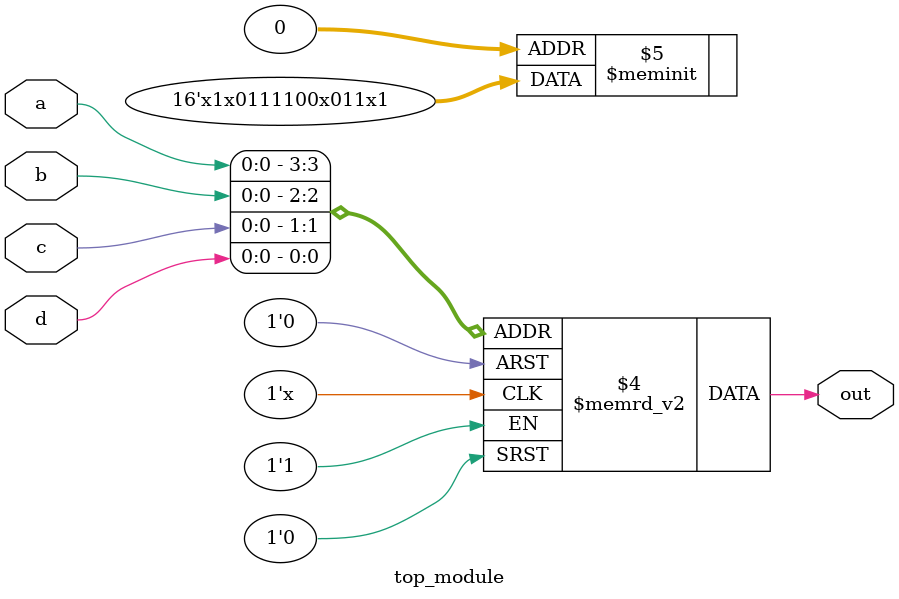
<source format=sv>
module top_module (
    input a, 
    input b,
    input c,
    input d,
    output reg out
);

always @(*)
begin
    case({a,b,c,d})
        4'b0000: out = 1'b1; // Corrected output value to be 1
        4'b0001: out = 1'bx; // Change output value to don't-care
        4'b0010: out = 1'b1; 
        4'b0011: out = 1'b1; 
        4'b0100: out = 1'b0;
        4'b0101: out = 1'bx; // Change output value to don't-care
        4'b0110: out = 1'b0;
        4'b0111: out = 1'b0;
        4'b1000: out = 1'b1;
        4'b1001: out = 1'b1;
        4'b1010: out = 1'b1;
        4'b1011: out = 1'b1;
        4'b1100: out = 1'b0;
        4'b1101: out = 1'bx; // Change output value to don't-care
        4'b1110: out = 1'b1;
        default: out = 1'bx; // Changed default output value to be don't-care
    endcase
end

endmodule

</source>
